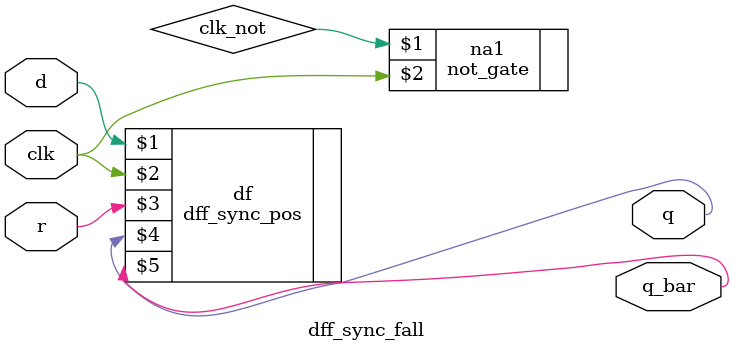
<source format=v>
module dff_sync_fall(d, clk, r, q, q_bar);

    input d, clk, r;
    output q, q_bar;

    wire clk_not;

    not_gate na1(clk_not, clk);

    dff_sync_pos df(d,clk,r,q,q_bar);
endmodule
</source>
